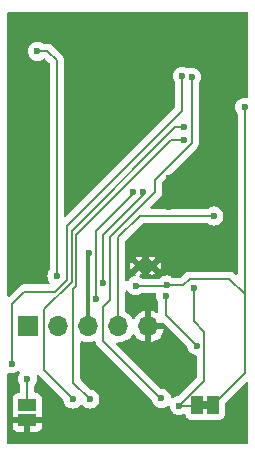
<source format=gbr>
%TF.GenerationSoftware,KiCad,Pcbnew,8.0.2-1*%
%TF.CreationDate,2025-01-02T17:14:25+07:00*%
%TF.ProjectId,ESP32-iPod-BLE,45535033-322d-4695-906f-642d424c452e,rev?*%
%TF.SameCoordinates,Original*%
%TF.FileFunction,Copper,L2,Bot*%
%TF.FilePolarity,Positive*%
%FSLAX46Y46*%
G04 Gerber Fmt 4.6, Leading zero omitted, Abs format (unit mm)*
G04 Created by KiCad (PCBNEW 8.0.2-1) date 2025-01-02 17:14:25*
%MOMM*%
%LPD*%
G01*
G04 APERTURE LIST*
%TA.AperFunction,EtchedComponent*%
%ADD10C,0.000000*%
%TD*%
%TA.AperFunction,SMDPad,CuDef*%
%ADD11R,1.500000X1.000000*%
%TD*%
%TA.AperFunction,HeatsinkPad*%
%ADD12C,0.500000*%
%TD*%
%TA.AperFunction,HeatsinkPad*%
%ADD13R,1.600000X0.500000*%
%TD*%
%TA.AperFunction,SMDPad,CuDef*%
%ADD14R,1.000000X1.500000*%
%TD*%
%TA.AperFunction,ComponentPad*%
%ADD15R,1.700000X1.700000*%
%TD*%
%TA.AperFunction,ComponentPad*%
%ADD16O,1.700000X1.700000*%
%TD*%
%TA.AperFunction,ViaPad*%
%ADD17C,0.600000*%
%TD*%
%TA.AperFunction,Conductor*%
%ADD18C,0.200000*%
%TD*%
%TA.AperFunction,Conductor*%
%ADD19C,0.300000*%
%TD*%
G04 APERTURE END LIST*
D10*
%TA.AperFunction,EtchedComponent*%
%TO.C,JP1*%
G36*
X121700000Y-104100000D02*
G01*
X121200000Y-104100000D01*
X121200000Y-103500000D01*
X121700000Y-103500000D01*
X121700000Y-104100000D01*
G37*
%TD.AperFunction*%
%TD*%
D11*
%TO.P,JP2,1,A*%
%TO.N,GND*%
X106400000Y-105099998D03*
%TO.P,JP2,2,B*%
%TO.N,Net-(D1-A)*%
X106400000Y-103800000D03*
%TD*%
D12*
%TO.P,U1,7,PAD*%
%TO.N,GND*%
X115850000Y-92000000D03*
D13*
X116400000Y-92000000D03*
D12*
X116950000Y-92000000D03*
%TD*%
D14*
%TO.P,JP1,1,A*%
%TO.N,ENA*%
X122099999Y-103800000D03*
%TO.P,JP1,2,B*%
%TO.N,+1V8*%
X120800001Y-103800000D03*
%TD*%
D15*
%TO.P,J2,1,Pin_1*%
%TO.N,RX_0*%
X106490000Y-97150000D03*
D16*
%TO.P,J2,2,Pin_2*%
%TO.N,TX_0*%
X109030000Y-97150000D03*
%TO.P,J2,3,Pin_3*%
%TO.N,+3V3*%
X111569999Y-97150000D03*
%TO.P,J2,4,Pin_4*%
%TO.N,IO0*%
X114110000Y-97150000D03*
%TO.P,J2,5,Pin_5*%
%TO.N,GND*%
X116650000Y-97150000D03*
%TD*%
D17*
%TO.N,ENA*%
X118186398Y-93637868D03*
X115600000Y-93700000D03*
%TO.N,V_BATT*%
X120750000Y-98800000D03*
X118100000Y-94600000D03*
%TO.N,Net-(D1-A)*%
X106400000Y-101600000D03*
%TO.N,GND*%
X121600000Y-85200000D03*
X121600000Y-84000000D03*
X121600000Y-82800000D03*
X118400000Y-84600000D03*
X118400000Y-87000000D03*
X116200000Y-75400000D03*
X115200000Y-75400000D03*
X114200000Y-75400000D03*
X113200000Y-75400000D03*
X112200000Y-75400000D03*
X111200000Y-75400000D03*
X116200000Y-74400000D03*
X115200000Y-74400000D03*
X114200000Y-74400000D03*
X113200000Y-74400000D03*
X112200000Y-74400000D03*
X111200000Y-74400000D03*
X118400000Y-85800000D03*
X116200000Y-106200000D03*
X114800000Y-106200000D03*
X113400000Y-106200000D03*
X111800000Y-106200000D03*
X110200000Y-106200000D03*
%TO.N,Net-(U2-EN{slash}CHIP_PU)*%
X108900000Y-92900000D03*
%TO.N,ENA*%
X124800000Y-78600000D03*
%TO.N,+3V3*%
X111600000Y-90900000D03*
%TO.N,RX_0*%
X112800000Y-93500000D03*
%TO.N,TX_0*%
X115349997Y-85800000D03*
X112219999Y-94800000D03*
%TO.N,RX_0*%
X116150000Y-85800000D03*
%TO.N,LED*%
X105100000Y-100300000D03*
%TO.N,IO0*%
X122200000Y-87800000D03*
%TO.N,RX_2*%
X110250000Y-103300000D03*
X119700000Y-80300000D03*
%TO.N,+1V8*%
X119250000Y-103850000D03*
X120491869Y-93900000D03*
%TO.N,TX_2*%
X111700000Y-103300000D03*
X119700000Y-81400000D03*
%TO.N,LED*%
X119515000Y-75965000D03*
%TO.N,IO22*%
X120311348Y-76041383D03*
X117750000Y-103250000D03*
%TO.N,Net-(U2-EN{slash}CHIP_PU)*%
X107250000Y-73850000D03*
%TD*%
D18*
%TO.N,ENA*%
X115600000Y-93700000D02*
X118124266Y-93700000D01*
X118124266Y-93700000D02*
X118186398Y-93637868D01*
X118186398Y-93637868D02*
X119613603Y-93637868D01*
X120151471Y-93100000D02*
X123500000Y-93100000D01*
X119613603Y-93637868D02*
X120151471Y-93100000D01*
X123500000Y-93100000D02*
X124800000Y-94400000D01*
%TO.N,V_BATT*%
X118100000Y-94600000D02*
X118100000Y-96150000D01*
X118100000Y-96150000D02*
X120750000Y-98800000D01*
%TO.N,+1V8*%
X120491869Y-93900000D02*
X120475735Y-93916134D01*
X120475735Y-93916134D02*
X120475735Y-96710049D01*
X121350000Y-97584314D02*
X121350000Y-101750000D01*
X120475735Y-96710049D02*
X121350000Y-97584314D01*
X121350000Y-101750000D02*
X119250000Y-103850000D01*
%TO.N,ENA*%
X124800000Y-101099999D02*
X124800000Y-94400000D01*
X124800000Y-94400000D02*
X124800000Y-78600000D01*
%TO.N,TX_0*%
X112200000Y-89100000D02*
X112200000Y-94780001D01*
X115349997Y-85800000D02*
X115349997Y-85950003D01*
X115349997Y-85950003D02*
X112200000Y-89100000D01*
X112200000Y-94780001D02*
X112219999Y-94800000D01*
%TO.N,RX_0*%
X116150000Y-85800000D02*
X116150000Y-86050000D01*
X116150000Y-86050000D02*
X112800000Y-89400000D01*
X112800000Y-89400000D02*
X112800000Y-93500000D01*
%TO.N,IO0*%
X114110000Y-97150000D02*
X114100000Y-97140000D01*
X114100000Y-97140000D02*
X114100000Y-89600000D01*
X114100000Y-89600000D02*
X115900000Y-87800000D01*
X115900000Y-87800000D02*
X122200000Y-87800000D01*
%TO.N,IO22*%
X120311348Y-76041383D02*
X120311348Y-81637181D01*
X117200000Y-85800000D02*
X113400000Y-89600000D01*
X113400000Y-94900000D02*
X112800000Y-95500000D01*
X112800000Y-95500000D02*
X112800000Y-98400000D01*
X120311348Y-81637181D02*
X117200000Y-84748529D01*
X117200000Y-84748529D02*
X117200000Y-85800000D01*
X113400000Y-89600000D02*
X113400000Y-94900000D01*
X112800000Y-98400000D02*
X117650000Y-103250000D01*
X117650000Y-103250000D02*
X117750000Y-103250000D01*
%TO.N,TX_2*%
X119700000Y-81400000D02*
X118600000Y-81400000D01*
X118600000Y-81400000D02*
X110550000Y-89450000D01*
X110550000Y-89450000D02*
X110550000Y-93750000D01*
X110550000Y-93750000D02*
X110300000Y-94000000D01*
X110300000Y-101900000D02*
X111700000Y-103300000D01*
X110300000Y-94000000D02*
X110300000Y-101900000D01*
%TO.N,RX_2*%
X119700000Y-80300000D02*
X118900000Y-80300000D01*
X110150000Y-93365686D02*
X107800000Y-95715686D01*
X107800000Y-100850000D02*
X110250000Y-103300000D01*
X118900000Y-80300000D02*
X110150000Y-89050000D01*
X107800000Y-95715686D02*
X107800000Y-100850000D01*
X110150000Y-89050000D02*
X110150000Y-93365686D01*
%TO.N,ENA*%
X122099999Y-103800000D02*
X124800000Y-101099999D01*
D19*
%TO.N,+3V3*%
X111600000Y-90900000D02*
X111569999Y-90930001D01*
X111569999Y-90930001D02*
X111569999Y-97150000D01*
D18*
%TO.N,Net-(D1-A)*%
X106400000Y-101600000D02*
X106400000Y-103800000D01*
%TO.N,ENA*%
X122099999Y-103800000D02*
X122450000Y-103800000D01*
%TO.N,LED*%
X119515000Y-75965000D02*
X119515000Y-78885000D01*
X109750000Y-88650000D02*
X109750000Y-93200000D01*
X109750000Y-93200000D02*
X108750000Y-94200000D01*
X108750000Y-94200000D02*
X106150000Y-94200000D01*
X119515000Y-78885000D02*
X109750000Y-88650000D01*
X106150000Y-94200000D02*
X105100000Y-95250000D01*
X105100000Y-95250000D02*
X105100000Y-100300000D01*
%TO.N,Net-(U2-EN{slash}CHIP_PU)*%
X108900000Y-92900000D02*
X108900000Y-74600000D01*
X108900000Y-74600000D02*
X108100000Y-73800000D01*
X107300000Y-73800000D02*
X107250000Y-73850000D01*
X108100000Y-73800000D02*
X107300000Y-73800000D01*
%TO.N,+1V8*%
X119250000Y-103850000D02*
X120750001Y-103850000D01*
X120750001Y-103850000D02*
X120800001Y-103800000D01*
%TD*%
%TA.AperFunction,Conductor*%
%TO.N,GND*%
G36*
X111076901Y-98410177D02*
G01*
X111106336Y-98423903D01*
X111106341Y-98423904D01*
X111106343Y-98423905D01*
X111122391Y-98428205D01*
X111334591Y-98485063D01*
X111518451Y-98501149D01*
X111569998Y-98505659D01*
X111569999Y-98505659D01*
X111570000Y-98505659D01*
X111621547Y-98501149D01*
X111805407Y-98485063D01*
X112033662Y-98423903D01*
X112034003Y-98423743D01*
X112034167Y-98423718D01*
X112038743Y-98422053D01*
X112039077Y-98422972D01*
X112103077Y-98413247D01*
X112166864Y-98441761D01*
X112205108Y-98500234D01*
X112206190Y-98504028D01*
X112240423Y-98631785D01*
X112269358Y-98681900D01*
X112269359Y-98681904D01*
X112269360Y-98681904D01*
X112319479Y-98768714D01*
X112319481Y-98768717D01*
X112438349Y-98887585D01*
X112438355Y-98887590D01*
X116936337Y-103385573D01*
X116965696Y-103432298D01*
X116982128Y-103479255D01*
X117024210Y-103599521D01*
X117068963Y-103670745D01*
X117120184Y-103752262D01*
X117247738Y-103879816D01*
X117400478Y-103975789D01*
X117543367Y-104025788D01*
X117570745Y-104035368D01*
X117570750Y-104035369D01*
X117749996Y-104055565D01*
X117750000Y-104055565D01*
X117750004Y-104055565D01*
X117929249Y-104035369D01*
X117929252Y-104035368D01*
X117929255Y-104035368D01*
X118099522Y-103975789D01*
X118252262Y-103879816D01*
X118252270Y-103879807D01*
X118256251Y-103876633D01*
X118320935Y-103850219D01*
X118389632Y-103862968D01*
X118440530Y-103910834D01*
X118456793Y-103959689D01*
X118464630Y-104029250D01*
X118464631Y-104029254D01*
X118524211Y-104199523D01*
X118617421Y-104347864D01*
X118620184Y-104352262D01*
X118747738Y-104479816D01*
X118838080Y-104536582D01*
X118862888Y-104552170D01*
X118900478Y-104575789D01*
X119070745Y-104635368D01*
X119070750Y-104635369D01*
X119249996Y-104655565D01*
X119250000Y-104655565D01*
X119250004Y-104655565D01*
X119429249Y-104635369D01*
X119429252Y-104635368D01*
X119429255Y-104635368D01*
X119599522Y-104575789D01*
X119616575Y-104565073D01*
X119683811Y-104546073D01*
X119750646Y-104566440D01*
X119795861Y-104619707D01*
X119803995Y-104649962D01*
X119804125Y-104649932D01*
X119805121Y-104654150D01*
X119805838Y-104656814D01*
X119805909Y-104657483D01*
X119856203Y-104792328D01*
X119856207Y-104792335D01*
X119942453Y-104907544D01*
X119942456Y-104907547D01*
X120057665Y-104993793D01*
X120057672Y-104993797D01*
X120192518Y-105044091D01*
X120192517Y-105044091D01*
X120199445Y-105044835D01*
X120252128Y-105050500D01*
X121347873Y-105050499D01*
X121407484Y-105044091D01*
X121415035Y-105042307D01*
X121415382Y-105043775D01*
X121476344Y-105039408D01*
X121491382Y-105043822D01*
X121492510Y-105044089D01*
X121492516Y-105044091D01*
X121552126Y-105050500D01*
X122647871Y-105050499D01*
X122707482Y-105044091D01*
X122842330Y-104993796D01*
X122957545Y-104907546D01*
X123043795Y-104792331D01*
X123094090Y-104657483D01*
X123100499Y-104597873D01*
X123100498Y-103700095D01*
X123120182Y-103633057D01*
X123136812Y-103612420D01*
X124887820Y-101861412D01*
X124949142Y-101827929D01*
X125018834Y-101832913D01*
X125074767Y-101874785D01*
X125099184Y-101940249D01*
X125099500Y-101949095D01*
X125099500Y-106975500D01*
X125079815Y-107042539D01*
X125027011Y-107088294D01*
X124975500Y-107099500D01*
X104824500Y-107099500D01*
X104757461Y-107079815D01*
X104711706Y-107027011D01*
X104700500Y-106975500D01*
X104700500Y-105647842D01*
X105150000Y-105647842D01*
X105156401Y-105707370D01*
X105156403Y-105707377D01*
X105206645Y-105842084D01*
X105206649Y-105842091D01*
X105292809Y-105957185D01*
X105292812Y-105957188D01*
X105407906Y-106043348D01*
X105407913Y-106043352D01*
X105542620Y-106093594D01*
X105542627Y-106093596D01*
X105602155Y-106099997D01*
X105602172Y-106099998D01*
X106150000Y-106099998D01*
X106650000Y-106099998D01*
X107197828Y-106099998D01*
X107197844Y-106099997D01*
X107257372Y-106093596D01*
X107257379Y-106093594D01*
X107392086Y-106043352D01*
X107392093Y-106043348D01*
X107507187Y-105957188D01*
X107507190Y-105957185D01*
X107593350Y-105842091D01*
X107593354Y-105842084D01*
X107643596Y-105707377D01*
X107643598Y-105707370D01*
X107649999Y-105647842D01*
X107650000Y-105647825D01*
X107650000Y-105349998D01*
X106650000Y-105349998D01*
X106650000Y-106099998D01*
X106150000Y-106099998D01*
X106150000Y-105349998D01*
X105150000Y-105349998D01*
X105150000Y-105647842D01*
X104700500Y-105647842D01*
X104700500Y-101183062D01*
X104720185Y-101116023D01*
X104772989Y-101070268D01*
X104842147Y-101060324D01*
X104865448Y-101066018D01*
X104920745Y-101085368D01*
X104920748Y-101085368D01*
X104920750Y-101085369D01*
X105099996Y-101105565D01*
X105100000Y-101105565D01*
X105100004Y-101105565D01*
X105279249Y-101085369D01*
X105279252Y-101085368D01*
X105279255Y-101085368D01*
X105449522Y-101025789D01*
X105594073Y-100934961D01*
X105661308Y-100915961D01*
X105728143Y-100936328D01*
X105773358Y-100989596D01*
X105782596Y-101058852D01*
X105765038Y-101105927D01*
X105674211Y-101250476D01*
X105614631Y-101420745D01*
X105614630Y-101420750D01*
X105594435Y-101599996D01*
X105594435Y-101600003D01*
X105614630Y-101779249D01*
X105614631Y-101779254D01*
X105674211Y-101949523D01*
X105770185Y-102102263D01*
X105772445Y-102105097D01*
X105773334Y-102107275D01*
X105773889Y-102108158D01*
X105773734Y-102108255D01*
X105798855Y-102169783D01*
X105799500Y-102182412D01*
X105799500Y-102675500D01*
X105779815Y-102742539D01*
X105727011Y-102788294D01*
X105675502Y-102799500D01*
X105602130Y-102799500D01*
X105602123Y-102799501D01*
X105542516Y-102805908D01*
X105407671Y-102856202D01*
X105407664Y-102856206D01*
X105292455Y-102942452D01*
X105292452Y-102942455D01*
X105206206Y-103057664D01*
X105206202Y-103057671D01*
X105155908Y-103192517D01*
X105149501Y-103252116D01*
X105149501Y-103252123D01*
X105149500Y-103252135D01*
X105149500Y-104347870D01*
X105149501Y-104347876D01*
X105155909Y-104407484D01*
X105157692Y-104415029D01*
X105156440Y-104415324D01*
X105160852Y-104477083D01*
X105156866Y-104490658D01*
X105156401Y-104492624D01*
X105150000Y-104552153D01*
X105150000Y-104849998D01*
X107650000Y-104849998D01*
X107650000Y-104552170D01*
X107649999Y-104552153D01*
X107643598Y-104492625D01*
X107641813Y-104485068D01*
X107643459Y-104484679D01*
X107639145Y-104424353D01*
X107644056Y-104407626D01*
X107644088Y-104407490D01*
X107644091Y-104407483D01*
X107650500Y-104347873D01*
X107650499Y-103252128D01*
X107644091Y-103192517D01*
X107596392Y-103064630D01*
X107593797Y-103057671D01*
X107593793Y-103057664D01*
X107507547Y-102942455D01*
X107507544Y-102942452D01*
X107392335Y-102856206D01*
X107392328Y-102856202D01*
X107257482Y-102805908D01*
X107257483Y-102805908D01*
X107197883Y-102799501D01*
X107197881Y-102799500D01*
X107197873Y-102799500D01*
X107197865Y-102799500D01*
X107124500Y-102799500D01*
X107057461Y-102779815D01*
X107011706Y-102727011D01*
X107000500Y-102675500D01*
X107000500Y-102182412D01*
X107020185Y-102115373D01*
X107027555Y-102105097D01*
X107029810Y-102102267D01*
X107029816Y-102102262D01*
X107125789Y-101949522D01*
X107185368Y-101779255D01*
X107192755Y-101713697D01*
X107205565Y-101600003D01*
X107205565Y-101599996D01*
X107185369Y-101420750D01*
X107185366Y-101420739D01*
X107183872Y-101416468D01*
X107180308Y-101346689D01*
X107215035Y-101286061D01*
X107277027Y-101253832D01*
X107346603Y-101260235D01*
X107388593Y-101287829D01*
X107438349Y-101337585D01*
X107438355Y-101337590D01*
X109419298Y-103318533D01*
X109452783Y-103379856D01*
X109454837Y-103392330D01*
X109464630Y-103479249D01*
X109524210Y-103649521D01*
X109537546Y-103670745D01*
X109620184Y-103802262D01*
X109747738Y-103929816D01*
X109900478Y-104025789D01*
X109985573Y-104055565D01*
X110070745Y-104085368D01*
X110070750Y-104085369D01*
X110249996Y-104105565D01*
X110250000Y-104105565D01*
X110250004Y-104105565D01*
X110429249Y-104085369D01*
X110429252Y-104085368D01*
X110429255Y-104085368D01*
X110599522Y-104025789D01*
X110752262Y-103929816D01*
X110879816Y-103802262D01*
X110879816Y-103802261D01*
X110884740Y-103797338D01*
X110886174Y-103798772D01*
X110935241Y-103764332D01*
X111005052Y-103761482D01*
X111065322Y-103796827D01*
X111069044Y-103801122D01*
X111070184Y-103802262D01*
X111197738Y-103929816D01*
X111350478Y-104025789D01*
X111435573Y-104055565D01*
X111520745Y-104085368D01*
X111520750Y-104085369D01*
X111699996Y-104105565D01*
X111700000Y-104105565D01*
X111700004Y-104105565D01*
X111879249Y-104085369D01*
X111879252Y-104085368D01*
X111879255Y-104085368D01*
X112049522Y-104025789D01*
X112202262Y-103929816D01*
X112329816Y-103802262D01*
X112425789Y-103649522D01*
X112485368Y-103479255D01*
X112491002Y-103429255D01*
X112505565Y-103300003D01*
X112505565Y-103299996D01*
X112485369Y-103120750D01*
X112485368Y-103120745D01*
X112465733Y-103064632D01*
X112425789Y-102950478D01*
X112329816Y-102797738D01*
X112202262Y-102670184D01*
X112122688Y-102620184D01*
X112049521Y-102574210D01*
X111879249Y-102514630D01*
X111792330Y-102504837D01*
X111727916Y-102477770D01*
X111718533Y-102469298D01*
X110936819Y-101687584D01*
X110903334Y-101626261D01*
X110900500Y-101599903D01*
X110900500Y-98522560D01*
X110920185Y-98455521D01*
X110972989Y-98409766D01*
X111042147Y-98399822D01*
X111076901Y-98410177D01*
G37*
%TD.AperFunction*%
%TA.AperFunction,Conductor*%
G36*
X118016442Y-96919685D02*
G01*
X118037084Y-96936319D01*
X119919298Y-98818533D01*
X119952783Y-98879856D01*
X119954837Y-98892330D01*
X119964630Y-98979249D01*
X120024210Y-99149521D01*
X120024211Y-99149522D01*
X120120184Y-99302262D01*
X120247738Y-99429816D01*
X120400478Y-99525789D01*
X120570745Y-99585368D01*
X120639384Y-99593101D01*
X120703796Y-99620166D01*
X120743352Y-99677760D01*
X120749500Y-99716321D01*
X120749500Y-101449902D01*
X120729815Y-101516941D01*
X120713181Y-101537583D01*
X119231465Y-103019298D01*
X119170142Y-103052783D01*
X119157668Y-103054837D01*
X119070750Y-103064630D01*
X118900478Y-103124210D01*
X118747739Y-103220183D01*
X118743737Y-103223375D01*
X118679049Y-103249782D01*
X118610354Y-103237024D01*
X118559462Y-103189152D01*
X118543206Y-103140309D01*
X118535369Y-103070749D01*
X118535368Y-103070745D01*
X118530793Y-103057671D01*
X118475789Y-102900478D01*
X118379816Y-102747738D01*
X118252262Y-102620184D01*
X118099523Y-102524211D01*
X117929254Y-102464631D01*
X117929249Y-102464630D01*
X117750004Y-102444435D01*
X117745032Y-102444435D01*
X117677993Y-102424750D01*
X117657351Y-102408116D01*
X113961749Y-98712514D01*
X113928264Y-98651191D01*
X113933248Y-98581499D01*
X113975120Y-98525566D01*
X114040584Y-98501149D01*
X114060234Y-98501304D01*
X114110000Y-98505659D01*
X114110001Y-98505659D01*
X114161548Y-98501149D01*
X114345408Y-98485063D01*
X114573663Y-98423903D01*
X114787830Y-98324035D01*
X114981401Y-98188495D01*
X115148495Y-98021401D01*
X115278730Y-97835405D01*
X115333307Y-97791781D01*
X115402805Y-97784587D01*
X115465160Y-97816110D01*
X115481879Y-97835405D01*
X115611890Y-98021078D01*
X115778917Y-98188105D01*
X115972421Y-98323600D01*
X116186507Y-98423429D01*
X116186516Y-98423433D01*
X116400000Y-98480634D01*
X116400000Y-97583012D01*
X116457007Y-97615925D01*
X116584174Y-97650000D01*
X116715826Y-97650000D01*
X116842993Y-97615925D01*
X116900000Y-97583012D01*
X116900000Y-98480633D01*
X117113483Y-98423433D01*
X117113492Y-98423429D01*
X117327578Y-98323600D01*
X117521082Y-98188105D01*
X117688105Y-98021082D01*
X117823600Y-97827578D01*
X117923429Y-97613492D01*
X117923432Y-97613486D01*
X117980636Y-97400000D01*
X117083012Y-97400000D01*
X117115925Y-97342993D01*
X117150000Y-97215826D01*
X117150000Y-97084174D01*
X117115925Y-96957007D01*
X117083012Y-96900000D01*
X117949403Y-96900000D01*
X118016442Y-96919685D01*
G37*
%TD.AperFunction*%
%TA.AperFunction,Conductor*%
G36*
X114905703Y-94109763D02*
G01*
X114929493Y-94137503D01*
X114970184Y-94202262D01*
X115097738Y-94329816D01*
X115188080Y-94386582D01*
X115242450Y-94420745D01*
X115250478Y-94425789D01*
X115345287Y-94458964D01*
X115420745Y-94485368D01*
X115420750Y-94485369D01*
X115599996Y-94505565D01*
X115600000Y-94505565D01*
X115600004Y-94505565D01*
X115779249Y-94485369D01*
X115779252Y-94485368D01*
X115779255Y-94485368D01*
X115949522Y-94425789D01*
X116102262Y-94329816D01*
X116102267Y-94329810D01*
X116105097Y-94327555D01*
X116107275Y-94326665D01*
X116108158Y-94326111D01*
X116108255Y-94326265D01*
X116169783Y-94301145D01*
X116182412Y-94300500D01*
X117189424Y-94300500D01*
X117256463Y-94320185D01*
X117302218Y-94372989D01*
X117312644Y-94438383D01*
X117294435Y-94599996D01*
X117294435Y-94600003D01*
X117314630Y-94779249D01*
X117314631Y-94779254D01*
X117374211Y-94949523D01*
X117470185Y-95102263D01*
X117472445Y-95105097D01*
X117473334Y-95107275D01*
X117473889Y-95108158D01*
X117473734Y-95108255D01*
X117498855Y-95169783D01*
X117499500Y-95182412D01*
X117499500Y-95861927D01*
X117479815Y-95928966D01*
X117427011Y-95974721D01*
X117357853Y-95984665D01*
X117323095Y-95974309D01*
X117113492Y-95876570D01*
X117113486Y-95876567D01*
X116900000Y-95819364D01*
X116900000Y-96716988D01*
X116842993Y-96684075D01*
X116715826Y-96650000D01*
X116584174Y-96650000D01*
X116457007Y-96684075D01*
X116400000Y-96716988D01*
X116400000Y-95819364D01*
X116399999Y-95819364D01*
X116186513Y-95876567D01*
X116186507Y-95876570D01*
X115972422Y-95976399D01*
X115972420Y-95976400D01*
X115778926Y-96111886D01*
X115778920Y-96111891D01*
X115611891Y-96278920D01*
X115611890Y-96278922D01*
X115481880Y-96464595D01*
X115427303Y-96508219D01*
X115357804Y-96515412D01*
X115295450Y-96483890D01*
X115278730Y-96464594D01*
X115148494Y-96278597D01*
X114981402Y-96111506D01*
X114981395Y-96111501D01*
X114787831Y-95975965D01*
X114787828Y-95975963D01*
X114772093Y-95968626D01*
X114719655Y-95922453D01*
X114700500Y-95856245D01*
X114700500Y-94203476D01*
X114720185Y-94136437D01*
X114772989Y-94090682D01*
X114842147Y-94080738D01*
X114905703Y-94109763D01*
G37*
%TD.AperFunction*%
%TA.AperFunction,Conductor*%
G36*
X125042539Y-70520185D02*
G01*
X125088294Y-70572989D01*
X125099500Y-70624500D01*
X125099500Y-77689424D01*
X125079815Y-77756463D01*
X125027011Y-77802218D01*
X124961617Y-77812644D01*
X124800004Y-77794435D01*
X124799996Y-77794435D01*
X124620750Y-77814630D01*
X124620745Y-77814631D01*
X124450476Y-77874211D01*
X124297737Y-77970184D01*
X124170184Y-78097737D01*
X124074211Y-78250476D01*
X124014631Y-78420745D01*
X124014630Y-78420750D01*
X123994435Y-78599996D01*
X123994435Y-78600003D01*
X124014630Y-78779249D01*
X124014631Y-78779254D01*
X124074211Y-78949523D01*
X124170185Y-79102263D01*
X124172445Y-79105097D01*
X124173334Y-79107275D01*
X124173889Y-79108158D01*
X124173734Y-79108255D01*
X124198855Y-79169783D01*
X124199500Y-79182412D01*
X124199500Y-92650902D01*
X124179815Y-92717941D01*
X124127011Y-92763696D01*
X124057853Y-92773640D01*
X123994297Y-92744615D01*
X123988011Y-92738775D01*
X123987782Y-92738547D01*
X123987606Y-92738333D01*
X123987588Y-92738352D01*
X123868717Y-92619481D01*
X123868716Y-92619480D01*
X123781904Y-92569360D01*
X123781904Y-92569359D01*
X123781900Y-92569358D01*
X123731785Y-92540423D01*
X123579057Y-92499499D01*
X123420943Y-92499499D01*
X123413347Y-92499499D01*
X123413331Y-92499500D01*
X120230528Y-92499500D01*
X120072413Y-92499500D01*
X119919686Y-92540423D01*
X119919685Y-92540423D01*
X119919683Y-92540424D01*
X119919680Y-92540425D01*
X119869567Y-92569359D01*
X119869566Y-92569360D01*
X119826160Y-92594420D01*
X119782756Y-92619479D01*
X119782753Y-92619481D01*
X119670949Y-92731286D01*
X119401187Y-93001049D01*
X119339864Y-93034534D01*
X119313506Y-93037368D01*
X118768810Y-93037368D01*
X118701771Y-93017683D01*
X118691495Y-93010313D01*
X118688661Y-93008053D01*
X118688660Y-93008052D01*
X118596691Y-92950264D01*
X118535921Y-92912079D01*
X118365652Y-92852499D01*
X118365647Y-92852498D01*
X118186402Y-92832303D01*
X118186394Y-92832303D01*
X118007148Y-92852498D01*
X118007143Y-92852499D01*
X117836874Y-92912079D01*
X117684135Y-93008052D01*
X117629007Y-93063181D01*
X117567684Y-93096666D01*
X117541326Y-93099500D01*
X116182412Y-93099500D01*
X116115373Y-93079815D01*
X116105097Y-93072445D01*
X116102263Y-93070185D01*
X116102262Y-93070184D01*
X116050036Y-93037368D01*
X115949522Y-92974210D01*
X115949128Y-92974021D01*
X115948917Y-92973830D01*
X115943626Y-92970506D01*
X115944208Y-92969579D01*
X115897268Y-92927199D01*
X115878954Y-92859772D01*
X115900001Y-92793148D01*
X115953727Y-92748479D01*
X115989045Y-92739080D01*
X116017943Y-92735824D01*
X116176713Y-92680267D01*
X116176714Y-92680266D01*
X116623285Y-92680266D01*
X116782056Y-92735824D01*
X116949996Y-92754746D01*
X116950004Y-92754746D01*
X117117943Y-92735824D01*
X117276713Y-92680267D01*
X117276714Y-92680266D01*
X116950001Y-92353553D01*
X116950000Y-92353553D01*
X116623285Y-92680266D01*
X116176714Y-92680266D01*
X115850001Y-92353553D01*
X115850000Y-92353553D01*
X115523285Y-92680266D01*
X115526405Y-92693939D01*
X115548931Y-92710095D01*
X115574679Y-92775047D01*
X115561223Y-92843609D01*
X115512836Y-92894012D01*
X115465086Y-92909635D01*
X115420749Y-92914631D01*
X115420745Y-92914631D01*
X115250476Y-92974211D01*
X115097737Y-93070184D01*
X114970182Y-93197739D01*
X114929493Y-93262496D01*
X114877158Y-93308787D01*
X114808105Y-93319434D01*
X114744257Y-93291059D01*
X114705885Y-93232669D01*
X114700500Y-93196523D01*
X114700500Y-91999996D01*
X115095254Y-91999996D01*
X115095254Y-92000003D01*
X115114175Y-92167938D01*
X115114176Y-92167943D01*
X115169732Y-92326714D01*
X115496447Y-92000000D01*
X115476556Y-91980109D01*
X115750000Y-91980109D01*
X115750000Y-92019891D01*
X115765224Y-92056645D01*
X115793355Y-92084776D01*
X115830109Y-92100000D01*
X115869891Y-92100000D01*
X115906645Y-92084776D01*
X115934776Y-92056645D01*
X115950000Y-92019891D01*
X115950000Y-92000000D01*
X116203553Y-92000000D01*
X116400000Y-92196447D01*
X116596447Y-92000000D01*
X116576556Y-91980109D01*
X116850000Y-91980109D01*
X116850000Y-92019891D01*
X116865224Y-92056645D01*
X116893355Y-92084776D01*
X116930109Y-92100000D01*
X116969891Y-92100000D01*
X117006645Y-92084776D01*
X117034776Y-92056645D01*
X117050000Y-92019891D01*
X117050000Y-91999999D01*
X117303553Y-91999999D01*
X117303553Y-92000001D01*
X117630266Y-92326714D01*
X117630267Y-92326713D01*
X117685824Y-92167943D01*
X117704746Y-92000003D01*
X117704746Y-91999996D01*
X117685824Y-91832056D01*
X117630266Y-91673285D01*
X117303553Y-91999999D01*
X117050000Y-91999999D01*
X117050000Y-91980109D01*
X117034776Y-91943355D01*
X117006645Y-91915224D01*
X116969891Y-91900000D01*
X116930109Y-91900000D01*
X116893355Y-91915224D01*
X116865224Y-91943355D01*
X116850000Y-91980109D01*
X116576556Y-91980109D01*
X116400000Y-91803553D01*
X116203553Y-92000000D01*
X115950000Y-92000000D01*
X115950000Y-91980109D01*
X115934776Y-91943355D01*
X115906645Y-91915224D01*
X115869891Y-91900000D01*
X115830109Y-91900000D01*
X115793355Y-91915224D01*
X115765224Y-91943355D01*
X115750000Y-91980109D01*
X115476556Y-91980109D01*
X115169732Y-91673285D01*
X115114176Y-91832053D01*
X115114175Y-91832058D01*
X115095254Y-91999996D01*
X114700500Y-91999996D01*
X114700500Y-91319732D01*
X115523285Y-91319732D01*
X115850000Y-91646447D01*
X115850001Y-91646447D01*
X116176714Y-91319732D01*
X116623285Y-91319732D01*
X116950000Y-91646447D01*
X116950001Y-91646447D01*
X117276714Y-91319732D01*
X117117943Y-91264176D01*
X117117938Y-91264175D01*
X116950004Y-91245254D01*
X116949996Y-91245254D01*
X116782058Y-91264175D01*
X116782053Y-91264176D01*
X116623285Y-91319732D01*
X116176714Y-91319732D01*
X116017943Y-91264176D01*
X116017938Y-91264175D01*
X115850004Y-91245254D01*
X115849996Y-91245254D01*
X115682058Y-91264175D01*
X115682053Y-91264176D01*
X115523285Y-91319732D01*
X114700500Y-91319732D01*
X114700500Y-89900097D01*
X114720185Y-89833058D01*
X114736819Y-89812416D01*
X116112416Y-88436819D01*
X116173739Y-88403334D01*
X116200097Y-88400500D01*
X121617588Y-88400500D01*
X121684627Y-88420185D01*
X121694903Y-88427555D01*
X121697736Y-88429814D01*
X121697738Y-88429816D01*
X121850478Y-88525789D01*
X122020745Y-88585368D01*
X122020750Y-88585369D01*
X122199996Y-88605565D01*
X122200000Y-88605565D01*
X122200004Y-88605565D01*
X122379249Y-88585369D01*
X122379252Y-88585368D01*
X122379255Y-88585368D01*
X122549522Y-88525789D01*
X122702262Y-88429816D01*
X122829816Y-88302262D01*
X122925789Y-88149522D01*
X122985368Y-87979255D01*
X122997445Y-87872069D01*
X123005565Y-87800003D01*
X123005565Y-87799996D01*
X122985369Y-87620750D01*
X122985368Y-87620745D01*
X122925788Y-87450476D01*
X122829815Y-87297737D01*
X122702262Y-87170184D01*
X122549523Y-87074211D01*
X122379254Y-87014631D01*
X122379249Y-87014630D01*
X122200004Y-86994435D01*
X122199996Y-86994435D01*
X122020750Y-87014630D01*
X122020745Y-87014631D01*
X121850476Y-87074211D01*
X121697736Y-87170185D01*
X121694903Y-87172445D01*
X121692724Y-87173334D01*
X121691842Y-87173889D01*
X121691744Y-87173734D01*
X121630217Y-87198855D01*
X121617588Y-87199500D01*
X116949098Y-87199500D01*
X116882059Y-87179815D01*
X116836304Y-87127011D01*
X116826360Y-87057853D01*
X116855385Y-86994297D01*
X116861417Y-86987819D01*
X117680520Y-86168716D01*
X117759577Y-86031784D01*
X117800501Y-85879057D01*
X117800501Y-85720942D01*
X117800501Y-85713347D01*
X117800500Y-85713329D01*
X117800500Y-85048626D01*
X117820185Y-84981587D01*
X117836819Y-84960945D01*
X118529757Y-84268007D01*
X120791868Y-82005897D01*
X120870925Y-81868965D01*
X120911849Y-81716238D01*
X120911849Y-81558123D01*
X120911849Y-81550528D01*
X120911848Y-81550510D01*
X120911848Y-76623795D01*
X120931533Y-76556756D01*
X120938903Y-76546480D01*
X120941158Y-76543650D01*
X120941164Y-76543645D01*
X121037137Y-76390905D01*
X121096716Y-76220638D01*
X121096717Y-76220632D01*
X121116913Y-76041386D01*
X121116913Y-76041379D01*
X121096717Y-75862133D01*
X121096716Y-75862128D01*
X121037136Y-75691859D01*
X120941163Y-75539120D01*
X120813610Y-75411567D01*
X120660871Y-75315594D01*
X120490602Y-75256014D01*
X120490597Y-75256013D01*
X120311352Y-75235818D01*
X120311344Y-75235818D01*
X120132094Y-75256014D01*
X120132093Y-75256014D01*
X120033769Y-75290418D01*
X119963990Y-75293979D01*
X119926845Y-75278370D01*
X119864520Y-75239209D01*
X119694262Y-75179633D01*
X119694249Y-75179630D01*
X119515004Y-75159435D01*
X119514996Y-75159435D01*
X119335750Y-75179630D01*
X119335745Y-75179631D01*
X119165476Y-75239211D01*
X119012737Y-75335184D01*
X118885184Y-75462737D01*
X118789211Y-75615476D01*
X118729631Y-75785745D01*
X118729630Y-75785750D01*
X118709435Y-75964996D01*
X118709435Y-75965003D01*
X118729630Y-76144249D01*
X118729631Y-76144254D01*
X118789211Y-76314523D01*
X118885185Y-76467263D01*
X118887445Y-76470097D01*
X118888334Y-76472275D01*
X118888889Y-76473158D01*
X118888734Y-76473255D01*
X118913855Y-76534783D01*
X118914500Y-76547412D01*
X118914500Y-78584903D01*
X118894815Y-78651942D01*
X118878181Y-78672584D01*
X109712181Y-87838584D01*
X109650858Y-87872069D01*
X109581166Y-87867085D01*
X109525233Y-87825213D01*
X109500816Y-87759749D01*
X109500500Y-87750903D01*
X109500500Y-74689059D01*
X109500501Y-74689046D01*
X109500501Y-74520945D01*
X109500501Y-74520943D01*
X109459577Y-74368215D01*
X109408946Y-74280520D01*
X109380520Y-74231284D01*
X109268716Y-74119480D01*
X109268715Y-74119479D01*
X109264385Y-74115149D01*
X109264374Y-74115139D01*
X108587590Y-73438355D01*
X108587588Y-73438352D01*
X108468717Y-73319481D01*
X108468716Y-73319480D01*
X108381904Y-73269360D01*
X108381904Y-73269359D01*
X108381900Y-73269358D01*
X108331785Y-73240423D01*
X108179057Y-73199499D01*
X108020943Y-73199499D01*
X108013347Y-73199499D01*
X108013331Y-73199500D01*
X107755068Y-73199500D01*
X107689096Y-73180494D01*
X107599522Y-73124210D01*
X107599518Y-73124209D01*
X107429262Y-73064633D01*
X107429249Y-73064630D01*
X107250004Y-73044435D01*
X107249996Y-73044435D01*
X107070750Y-73064630D01*
X107070745Y-73064631D01*
X106900476Y-73124211D01*
X106747737Y-73220184D01*
X106620184Y-73347737D01*
X106524211Y-73500476D01*
X106464631Y-73670745D01*
X106464630Y-73670750D01*
X106444435Y-73849996D01*
X106444435Y-73850003D01*
X106464630Y-74029249D01*
X106464631Y-74029254D01*
X106524211Y-74199523D01*
X106544168Y-74231284D01*
X106620184Y-74352262D01*
X106747738Y-74479816D01*
X106900478Y-74575789D01*
X107070745Y-74635368D01*
X107070750Y-74635369D01*
X107249996Y-74655565D01*
X107250000Y-74655565D01*
X107250004Y-74655565D01*
X107429249Y-74635369D01*
X107429252Y-74635368D01*
X107429255Y-74635368D01*
X107599522Y-74575789D01*
X107752262Y-74479816D01*
X107753735Y-74478342D01*
X107754921Y-74477695D01*
X107757705Y-74475475D01*
X107758093Y-74475962D01*
X107815053Y-74444854D01*
X107884745Y-74449833D01*
X107929102Y-74478337D01*
X108263181Y-74812416D01*
X108296666Y-74873739D01*
X108299500Y-74900097D01*
X108299500Y-92317587D01*
X108279815Y-92384626D01*
X108272450Y-92394896D01*
X108270186Y-92397734D01*
X108174211Y-92550476D01*
X108114631Y-92720745D01*
X108114630Y-92720750D01*
X108094435Y-92899996D01*
X108094435Y-92900003D01*
X108114630Y-93079249D01*
X108114631Y-93079254D01*
X108174211Y-93249523D01*
X108273889Y-93408158D01*
X108271590Y-93409602D01*
X108293341Y-93462849D01*
X108280599Y-93531547D01*
X108232739Y-93582450D01*
X108169988Y-93599500D01*
X106229057Y-93599500D01*
X106070942Y-93599500D01*
X105918215Y-93640423D01*
X105892050Y-93655529D01*
X105885038Y-93659578D01*
X105885037Y-93659577D01*
X105781287Y-93719477D01*
X105781282Y-93719481D01*
X104912181Y-94588583D01*
X104850858Y-94622068D01*
X104781166Y-94617084D01*
X104725233Y-94575212D01*
X104700816Y-94509748D01*
X104700500Y-94500902D01*
X104700500Y-70624500D01*
X104720185Y-70557461D01*
X104772989Y-70511706D01*
X104824500Y-70500500D01*
X124975500Y-70500500D01*
X125042539Y-70520185D01*
G37*
%TD.AperFunction*%
%TD*%
M02*

</source>
